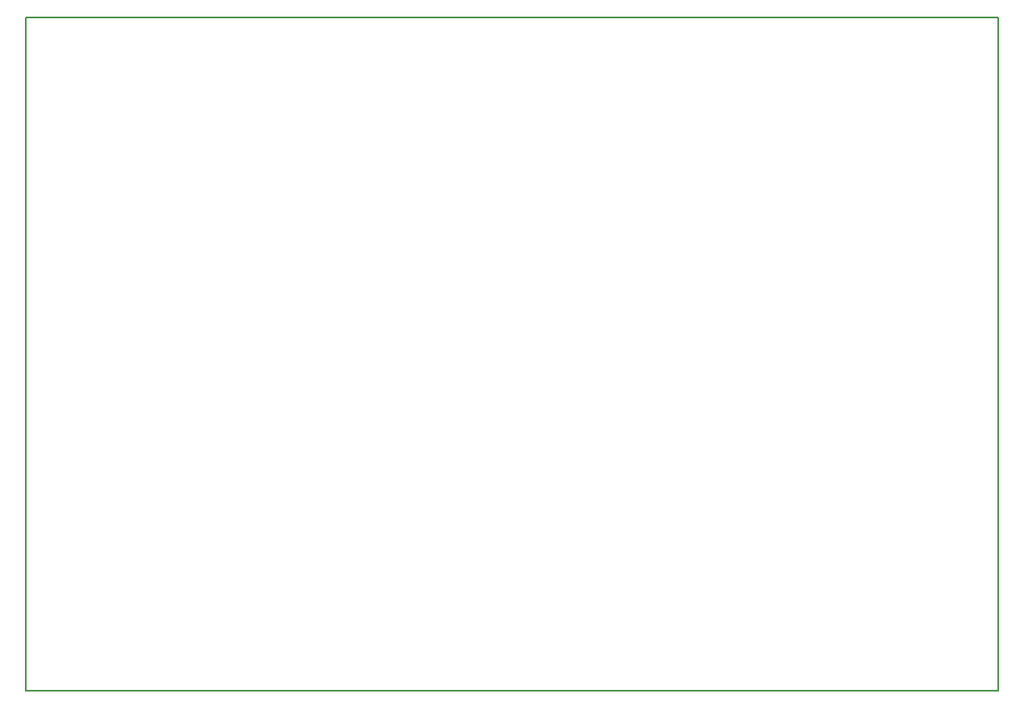
<source format=gm1>
G04 MADE WITH FRITZING*
G04 WWW.FRITZING.ORG*
G04 DOUBLE SIDED*
G04 HOLES PLATED*
G04 CONTOUR ON CENTER OF CONTOUR VECTOR*
%ASAXBY*%
%FSLAX23Y23*%
%MOIN*%
%OFA0B0*%
%SFA1.0B1.0*%
%ADD10R,3.907370X2.708500*%
%ADD11C,0.008000*%
%ADD10C,0.008*%
%LNCONTOUR*%
G90*
G70*
G54D10*
G54D11*
X4Y2705D02*
X3903Y2705D01*
X3903Y4D01*
X4Y4D01*
X4Y2705D01*
D02*
G04 End of contour*
M02*
</source>
